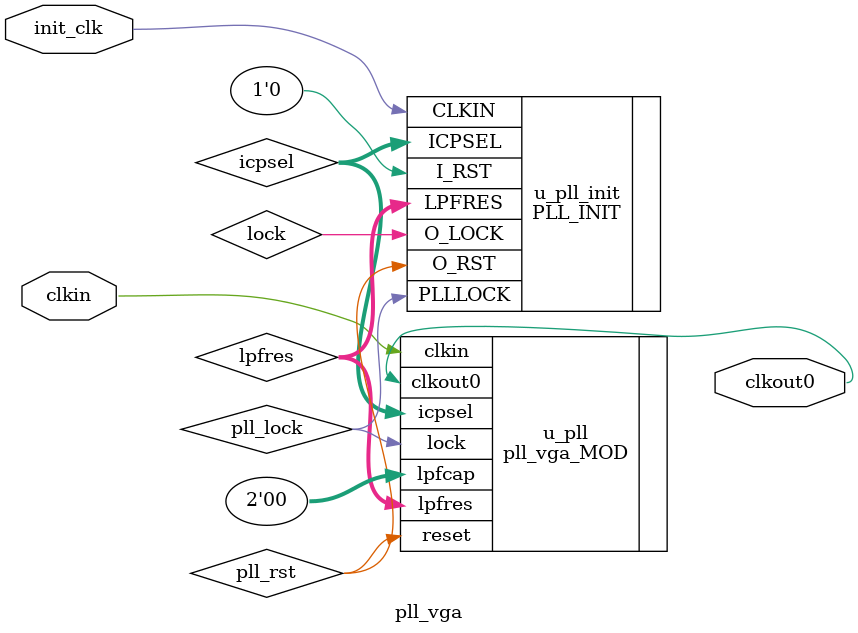
<source format=v>
module pll_vga(
    clkin,
    init_clk,
    clkout0
);


input clkin;
input init_clk;
output clkout0;
wire lock;
wire [5:0] icpsel;
wire [2:0] lpfres;
wire pll_lock;
wire pll_rst;


    pll_vga_MOD u_pll(
        .clkout0(clkout0),
        .lock(pll_lock),
        .clkin(clkin),
        .reset(pll_rst),
        .icpsel(icpsel),
        .lpfres(lpfres),
        .lpfcap(2'b00)
    );


    PLL_INIT u_pll_init(
        .CLKIN(init_clk),
        .I_RST(1'b0),
        .O_RST(pll_rst),
        .PLLLOCK(pll_lock),
        .O_LOCK(lock),
        .ICPSEL(icpsel),
        .LPFRES(lpfres)
    );
    defparam u_pll_init.CLK_PERIOD = 20;
    defparam u_pll_init.MULTI_FAC = 18;


endmodule

</source>
